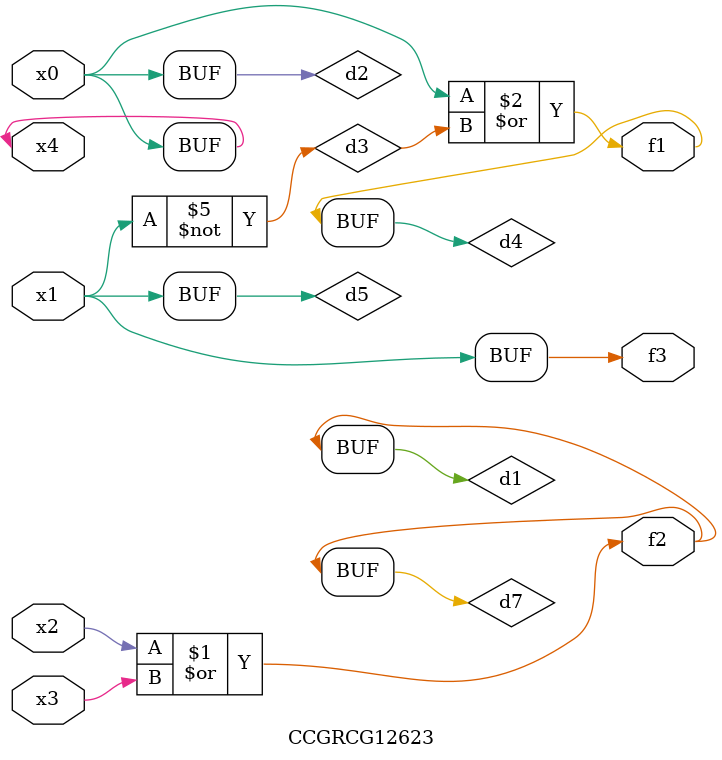
<source format=v>
module CCGRCG12623(
	input x0, x1, x2, x3, x4,
	output f1, f2, f3
);

	wire d1, d2, d3, d4, d5, d6, d7;

	or (d1, x2, x3);
	buf (d2, x0, x4);
	not (d3, x1);
	or (d4, d2, d3);
	not (d5, d3);
	nand (d6, d1, d3);
	or (d7, d1);
	assign f1 = d4;
	assign f2 = d7;
	assign f3 = d5;
endmodule

</source>
